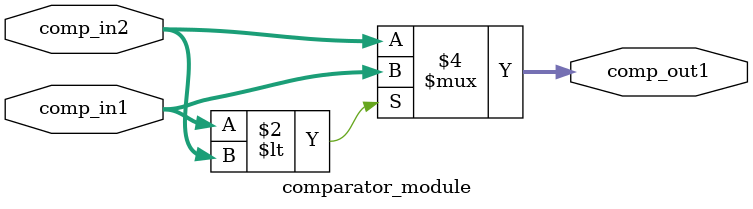
<source format=v>
`timescale 1ns / 1ps


module comparator_module(input [7:0] comp_in1, comp_in2, output reg [7:0] comp_out1);

always @ (*) begin //reset condition required or not : think of it later
if (comp_in1 < comp_in2) comp_out1 = comp_in1;
else comp_out1 = comp_in2;
end
endmodule

</source>
